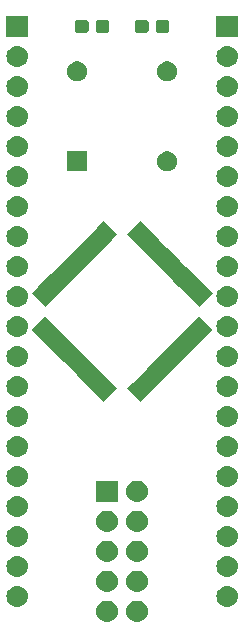
<source format=gbr>
G04 #@! TF.GenerationSoftware,KiCad,Pcbnew,(5.1.0)-1*
G04 #@! TF.CreationDate,2020-08-07T11:47:51-07:00*
G04 #@! TF.ProjectId,MAX7_Proto,4d415837-5f50-4726-9f74-6f2e6b696361,rev?*
G04 #@! TF.SameCoordinates,Original*
G04 #@! TF.FileFunction,Soldermask,Top*
G04 #@! TF.FilePolarity,Negative*
%FSLAX46Y46*%
G04 Gerber Fmt 4.6, Leading zero omitted, Abs format (unit mm)*
G04 Created by KiCad (PCBNEW (5.1.0)-1) date 2020-08-07 11:47:51*
%MOMM*%
%LPD*%
G04 APERTURE LIST*
%ADD10C,0.100000*%
G04 APERTURE END LIST*
D10*
G36*
X138609294Y-126098633D02*
G01*
X138781695Y-126150931D01*
X138940583Y-126235858D01*
X139079849Y-126350151D01*
X139194142Y-126489417D01*
X139279069Y-126648305D01*
X139331367Y-126820706D01*
X139349025Y-127000000D01*
X139331367Y-127179294D01*
X139279069Y-127351695D01*
X139194142Y-127510583D01*
X139079849Y-127649849D01*
X138940583Y-127764142D01*
X138781695Y-127849069D01*
X138609294Y-127901367D01*
X138474931Y-127914600D01*
X138385069Y-127914600D01*
X138250706Y-127901367D01*
X138078305Y-127849069D01*
X137919417Y-127764142D01*
X137780151Y-127649849D01*
X137665858Y-127510583D01*
X137580931Y-127351695D01*
X137528633Y-127179294D01*
X137510975Y-127000000D01*
X137528633Y-126820706D01*
X137580931Y-126648305D01*
X137665858Y-126489417D01*
X137780151Y-126350151D01*
X137919417Y-126235858D01*
X138078305Y-126150931D01*
X138250706Y-126098633D01*
X138385069Y-126085400D01*
X138474931Y-126085400D01*
X138609294Y-126098633D01*
X138609294Y-126098633D01*
G37*
G36*
X136069294Y-126098633D02*
G01*
X136241695Y-126150931D01*
X136400583Y-126235858D01*
X136539849Y-126350151D01*
X136654142Y-126489417D01*
X136739069Y-126648305D01*
X136791367Y-126820706D01*
X136809025Y-127000000D01*
X136791367Y-127179294D01*
X136739069Y-127351695D01*
X136654142Y-127510583D01*
X136539849Y-127649849D01*
X136400583Y-127764142D01*
X136241695Y-127849069D01*
X136069294Y-127901367D01*
X135934931Y-127914600D01*
X135845069Y-127914600D01*
X135710706Y-127901367D01*
X135538305Y-127849069D01*
X135379417Y-127764142D01*
X135240151Y-127649849D01*
X135125858Y-127510583D01*
X135040931Y-127351695D01*
X134988633Y-127179294D01*
X134970975Y-127000000D01*
X134988633Y-126820706D01*
X135040931Y-126648305D01*
X135125858Y-126489417D01*
X135240151Y-126350151D01*
X135379417Y-126235858D01*
X135538305Y-126150931D01*
X135710706Y-126098633D01*
X135845069Y-126085400D01*
X135934931Y-126085400D01*
X136069294Y-126098633D01*
X136069294Y-126098633D01*
G37*
G36*
X128380443Y-124835519D02*
G01*
X128446627Y-124842037D01*
X128616466Y-124893557D01*
X128772991Y-124977222D01*
X128808729Y-125006552D01*
X128910186Y-125089814D01*
X128993448Y-125191271D01*
X129022778Y-125227009D01*
X129106443Y-125383534D01*
X129157963Y-125553373D01*
X129175359Y-125730000D01*
X129157963Y-125906627D01*
X129106443Y-126076466D01*
X129022778Y-126232991D01*
X129020425Y-126235858D01*
X128910186Y-126370186D01*
X128808729Y-126453448D01*
X128772991Y-126482778D01*
X128616466Y-126566443D01*
X128446627Y-126617963D01*
X128380442Y-126624482D01*
X128314260Y-126631000D01*
X128225740Y-126631000D01*
X128159558Y-126624482D01*
X128093373Y-126617963D01*
X127923534Y-126566443D01*
X127767009Y-126482778D01*
X127731271Y-126453448D01*
X127629814Y-126370186D01*
X127519575Y-126235858D01*
X127517222Y-126232991D01*
X127433557Y-126076466D01*
X127382037Y-125906627D01*
X127364641Y-125730000D01*
X127382037Y-125553373D01*
X127433557Y-125383534D01*
X127517222Y-125227009D01*
X127546552Y-125191271D01*
X127629814Y-125089814D01*
X127731271Y-125006552D01*
X127767009Y-124977222D01*
X127923534Y-124893557D01*
X128093373Y-124842037D01*
X128159557Y-124835519D01*
X128225740Y-124829000D01*
X128314260Y-124829000D01*
X128380443Y-124835519D01*
X128380443Y-124835519D01*
G37*
G36*
X146160443Y-124835519D02*
G01*
X146226627Y-124842037D01*
X146396466Y-124893557D01*
X146552991Y-124977222D01*
X146588729Y-125006552D01*
X146690186Y-125089814D01*
X146773448Y-125191271D01*
X146802778Y-125227009D01*
X146886443Y-125383534D01*
X146937963Y-125553373D01*
X146955359Y-125730000D01*
X146937963Y-125906627D01*
X146886443Y-126076466D01*
X146802778Y-126232991D01*
X146800425Y-126235858D01*
X146690186Y-126370186D01*
X146588729Y-126453448D01*
X146552991Y-126482778D01*
X146396466Y-126566443D01*
X146226627Y-126617963D01*
X146160442Y-126624482D01*
X146094260Y-126631000D01*
X146005740Y-126631000D01*
X145939558Y-126624482D01*
X145873373Y-126617963D01*
X145703534Y-126566443D01*
X145547009Y-126482778D01*
X145511271Y-126453448D01*
X145409814Y-126370186D01*
X145299575Y-126235858D01*
X145297222Y-126232991D01*
X145213557Y-126076466D01*
X145162037Y-125906627D01*
X145144641Y-125730000D01*
X145162037Y-125553373D01*
X145213557Y-125383534D01*
X145297222Y-125227009D01*
X145326552Y-125191271D01*
X145409814Y-125089814D01*
X145511271Y-125006552D01*
X145547009Y-124977222D01*
X145703534Y-124893557D01*
X145873373Y-124842037D01*
X145939557Y-124835519D01*
X146005740Y-124829000D01*
X146094260Y-124829000D01*
X146160443Y-124835519D01*
X146160443Y-124835519D01*
G37*
G36*
X138609294Y-123558633D02*
G01*
X138781695Y-123610931D01*
X138940583Y-123695858D01*
X139079849Y-123810151D01*
X139194142Y-123949417D01*
X139279069Y-124108305D01*
X139331367Y-124280706D01*
X139349025Y-124460000D01*
X139331367Y-124639294D01*
X139279069Y-124811695D01*
X139194142Y-124970583D01*
X139079849Y-125109849D01*
X138940583Y-125224142D01*
X138781695Y-125309069D01*
X138609294Y-125361367D01*
X138474931Y-125374600D01*
X138385069Y-125374600D01*
X138250706Y-125361367D01*
X138078305Y-125309069D01*
X137919417Y-125224142D01*
X137780151Y-125109849D01*
X137665858Y-124970583D01*
X137580931Y-124811695D01*
X137528633Y-124639294D01*
X137510975Y-124460000D01*
X137528633Y-124280706D01*
X137580931Y-124108305D01*
X137665858Y-123949417D01*
X137780151Y-123810151D01*
X137919417Y-123695858D01*
X138078305Y-123610931D01*
X138250706Y-123558633D01*
X138385069Y-123545400D01*
X138474931Y-123545400D01*
X138609294Y-123558633D01*
X138609294Y-123558633D01*
G37*
G36*
X136069294Y-123558633D02*
G01*
X136241695Y-123610931D01*
X136400583Y-123695858D01*
X136539849Y-123810151D01*
X136654142Y-123949417D01*
X136739069Y-124108305D01*
X136791367Y-124280706D01*
X136809025Y-124460000D01*
X136791367Y-124639294D01*
X136739069Y-124811695D01*
X136654142Y-124970583D01*
X136539849Y-125109849D01*
X136400583Y-125224142D01*
X136241695Y-125309069D01*
X136069294Y-125361367D01*
X135934931Y-125374600D01*
X135845069Y-125374600D01*
X135710706Y-125361367D01*
X135538305Y-125309069D01*
X135379417Y-125224142D01*
X135240151Y-125109849D01*
X135125858Y-124970583D01*
X135040931Y-124811695D01*
X134988633Y-124639294D01*
X134970975Y-124460000D01*
X134988633Y-124280706D01*
X135040931Y-124108305D01*
X135125858Y-123949417D01*
X135240151Y-123810151D01*
X135379417Y-123695858D01*
X135538305Y-123610931D01*
X135710706Y-123558633D01*
X135845069Y-123545400D01*
X135934931Y-123545400D01*
X136069294Y-123558633D01*
X136069294Y-123558633D01*
G37*
G36*
X146160443Y-122295519D02*
G01*
X146226627Y-122302037D01*
X146396466Y-122353557D01*
X146552991Y-122437222D01*
X146588729Y-122466552D01*
X146690186Y-122549814D01*
X146773448Y-122651271D01*
X146802778Y-122687009D01*
X146886443Y-122843534D01*
X146937963Y-123013373D01*
X146955359Y-123190000D01*
X146937963Y-123366627D01*
X146886443Y-123536466D01*
X146802778Y-123692991D01*
X146800425Y-123695858D01*
X146690186Y-123830186D01*
X146588729Y-123913448D01*
X146552991Y-123942778D01*
X146396466Y-124026443D01*
X146226627Y-124077963D01*
X146160442Y-124084482D01*
X146094260Y-124091000D01*
X146005740Y-124091000D01*
X145939558Y-124084482D01*
X145873373Y-124077963D01*
X145703534Y-124026443D01*
X145547009Y-123942778D01*
X145511271Y-123913448D01*
X145409814Y-123830186D01*
X145299575Y-123695858D01*
X145297222Y-123692991D01*
X145213557Y-123536466D01*
X145162037Y-123366627D01*
X145144641Y-123190000D01*
X145162037Y-123013373D01*
X145213557Y-122843534D01*
X145297222Y-122687009D01*
X145326552Y-122651271D01*
X145409814Y-122549814D01*
X145511271Y-122466552D01*
X145547009Y-122437222D01*
X145703534Y-122353557D01*
X145873373Y-122302037D01*
X145939557Y-122295519D01*
X146005740Y-122289000D01*
X146094260Y-122289000D01*
X146160443Y-122295519D01*
X146160443Y-122295519D01*
G37*
G36*
X128380443Y-122295519D02*
G01*
X128446627Y-122302037D01*
X128616466Y-122353557D01*
X128772991Y-122437222D01*
X128808729Y-122466552D01*
X128910186Y-122549814D01*
X128993448Y-122651271D01*
X129022778Y-122687009D01*
X129106443Y-122843534D01*
X129157963Y-123013373D01*
X129175359Y-123190000D01*
X129157963Y-123366627D01*
X129106443Y-123536466D01*
X129022778Y-123692991D01*
X129020425Y-123695858D01*
X128910186Y-123830186D01*
X128808729Y-123913448D01*
X128772991Y-123942778D01*
X128616466Y-124026443D01*
X128446627Y-124077963D01*
X128380442Y-124084482D01*
X128314260Y-124091000D01*
X128225740Y-124091000D01*
X128159558Y-124084482D01*
X128093373Y-124077963D01*
X127923534Y-124026443D01*
X127767009Y-123942778D01*
X127731271Y-123913448D01*
X127629814Y-123830186D01*
X127519575Y-123695858D01*
X127517222Y-123692991D01*
X127433557Y-123536466D01*
X127382037Y-123366627D01*
X127364641Y-123190000D01*
X127382037Y-123013373D01*
X127433557Y-122843534D01*
X127517222Y-122687009D01*
X127546552Y-122651271D01*
X127629814Y-122549814D01*
X127731271Y-122466552D01*
X127767009Y-122437222D01*
X127923534Y-122353557D01*
X128093373Y-122302037D01*
X128159557Y-122295519D01*
X128225740Y-122289000D01*
X128314260Y-122289000D01*
X128380443Y-122295519D01*
X128380443Y-122295519D01*
G37*
G36*
X138609294Y-121018633D02*
G01*
X138781695Y-121070931D01*
X138940583Y-121155858D01*
X139079849Y-121270151D01*
X139194142Y-121409417D01*
X139279069Y-121568305D01*
X139331367Y-121740706D01*
X139349025Y-121920000D01*
X139331367Y-122099294D01*
X139279069Y-122271695D01*
X139194142Y-122430583D01*
X139079849Y-122569849D01*
X138940583Y-122684142D01*
X138781695Y-122769069D01*
X138609294Y-122821367D01*
X138474931Y-122834600D01*
X138385069Y-122834600D01*
X138250706Y-122821367D01*
X138078305Y-122769069D01*
X137919417Y-122684142D01*
X137780151Y-122569849D01*
X137665858Y-122430583D01*
X137580931Y-122271695D01*
X137528633Y-122099294D01*
X137510975Y-121920000D01*
X137528633Y-121740706D01*
X137580931Y-121568305D01*
X137665858Y-121409417D01*
X137780151Y-121270151D01*
X137919417Y-121155858D01*
X138078305Y-121070931D01*
X138250706Y-121018633D01*
X138385069Y-121005400D01*
X138474931Y-121005400D01*
X138609294Y-121018633D01*
X138609294Y-121018633D01*
G37*
G36*
X136069294Y-121018633D02*
G01*
X136241695Y-121070931D01*
X136400583Y-121155858D01*
X136539849Y-121270151D01*
X136654142Y-121409417D01*
X136739069Y-121568305D01*
X136791367Y-121740706D01*
X136809025Y-121920000D01*
X136791367Y-122099294D01*
X136739069Y-122271695D01*
X136654142Y-122430583D01*
X136539849Y-122569849D01*
X136400583Y-122684142D01*
X136241695Y-122769069D01*
X136069294Y-122821367D01*
X135934931Y-122834600D01*
X135845069Y-122834600D01*
X135710706Y-122821367D01*
X135538305Y-122769069D01*
X135379417Y-122684142D01*
X135240151Y-122569849D01*
X135125858Y-122430583D01*
X135040931Y-122271695D01*
X134988633Y-122099294D01*
X134970975Y-121920000D01*
X134988633Y-121740706D01*
X135040931Y-121568305D01*
X135125858Y-121409417D01*
X135240151Y-121270151D01*
X135379417Y-121155858D01*
X135538305Y-121070931D01*
X135710706Y-121018633D01*
X135845069Y-121005400D01*
X135934931Y-121005400D01*
X136069294Y-121018633D01*
X136069294Y-121018633D01*
G37*
G36*
X128380442Y-119755518D02*
G01*
X128446627Y-119762037D01*
X128616466Y-119813557D01*
X128772991Y-119897222D01*
X128808729Y-119926552D01*
X128910186Y-120009814D01*
X128993448Y-120111271D01*
X129022778Y-120147009D01*
X129106443Y-120303534D01*
X129157963Y-120473373D01*
X129175359Y-120650000D01*
X129157963Y-120826627D01*
X129106443Y-120996466D01*
X129022778Y-121152991D01*
X129020425Y-121155858D01*
X128910186Y-121290186D01*
X128808729Y-121373448D01*
X128772991Y-121402778D01*
X128616466Y-121486443D01*
X128446627Y-121537963D01*
X128380443Y-121544481D01*
X128314260Y-121551000D01*
X128225740Y-121551000D01*
X128159557Y-121544481D01*
X128093373Y-121537963D01*
X127923534Y-121486443D01*
X127767009Y-121402778D01*
X127731271Y-121373448D01*
X127629814Y-121290186D01*
X127519575Y-121155858D01*
X127517222Y-121152991D01*
X127433557Y-120996466D01*
X127382037Y-120826627D01*
X127364641Y-120650000D01*
X127382037Y-120473373D01*
X127433557Y-120303534D01*
X127517222Y-120147009D01*
X127546552Y-120111271D01*
X127629814Y-120009814D01*
X127731271Y-119926552D01*
X127767009Y-119897222D01*
X127923534Y-119813557D01*
X128093373Y-119762037D01*
X128159558Y-119755518D01*
X128225740Y-119749000D01*
X128314260Y-119749000D01*
X128380442Y-119755518D01*
X128380442Y-119755518D01*
G37*
G36*
X146160442Y-119755518D02*
G01*
X146226627Y-119762037D01*
X146396466Y-119813557D01*
X146552991Y-119897222D01*
X146588729Y-119926552D01*
X146690186Y-120009814D01*
X146773448Y-120111271D01*
X146802778Y-120147009D01*
X146886443Y-120303534D01*
X146937963Y-120473373D01*
X146955359Y-120650000D01*
X146937963Y-120826627D01*
X146886443Y-120996466D01*
X146802778Y-121152991D01*
X146800425Y-121155858D01*
X146690186Y-121290186D01*
X146588729Y-121373448D01*
X146552991Y-121402778D01*
X146396466Y-121486443D01*
X146226627Y-121537963D01*
X146160443Y-121544481D01*
X146094260Y-121551000D01*
X146005740Y-121551000D01*
X145939557Y-121544481D01*
X145873373Y-121537963D01*
X145703534Y-121486443D01*
X145547009Y-121402778D01*
X145511271Y-121373448D01*
X145409814Y-121290186D01*
X145299575Y-121155858D01*
X145297222Y-121152991D01*
X145213557Y-120996466D01*
X145162037Y-120826627D01*
X145144641Y-120650000D01*
X145162037Y-120473373D01*
X145213557Y-120303534D01*
X145297222Y-120147009D01*
X145326552Y-120111271D01*
X145409814Y-120009814D01*
X145511271Y-119926552D01*
X145547009Y-119897222D01*
X145703534Y-119813557D01*
X145873373Y-119762037D01*
X145939558Y-119755518D01*
X146005740Y-119749000D01*
X146094260Y-119749000D01*
X146160442Y-119755518D01*
X146160442Y-119755518D01*
G37*
G36*
X138609294Y-118478633D02*
G01*
X138781695Y-118530931D01*
X138940583Y-118615858D01*
X139079849Y-118730151D01*
X139194142Y-118869417D01*
X139279069Y-119028305D01*
X139331367Y-119200706D01*
X139349025Y-119380000D01*
X139331367Y-119559294D01*
X139279069Y-119731695D01*
X139194142Y-119890583D01*
X139079849Y-120029849D01*
X138940583Y-120144142D01*
X138781695Y-120229069D01*
X138609294Y-120281367D01*
X138474931Y-120294600D01*
X138385069Y-120294600D01*
X138250706Y-120281367D01*
X138078305Y-120229069D01*
X137919417Y-120144142D01*
X137780151Y-120029849D01*
X137665858Y-119890583D01*
X137580931Y-119731695D01*
X137528633Y-119559294D01*
X137510975Y-119380000D01*
X137528633Y-119200706D01*
X137580931Y-119028305D01*
X137665858Y-118869417D01*
X137780151Y-118730151D01*
X137919417Y-118615858D01*
X138078305Y-118530931D01*
X138250706Y-118478633D01*
X138385069Y-118465400D01*
X138474931Y-118465400D01*
X138609294Y-118478633D01*
X138609294Y-118478633D01*
G37*
G36*
X136069294Y-118478633D02*
G01*
X136241695Y-118530931D01*
X136400583Y-118615858D01*
X136539849Y-118730151D01*
X136654142Y-118869417D01*
X136739069Y-119028305D01*
X136791367Y-119200706D01*
X136809025Y-119380000D01*
X136791367Y-119559294D01*
X136739069Y-119731695D01*
X136654142Y-119890583D01*
X136539849Y-120029849D01*
X136400583Y-120144142D01*
X136241695Y-120229069D01*
X136069294Y-120281367D01*
X135934931Y-120294600D01*
X135845069Y-120294600D01*
X135710706Y-120281367D01*
X135538305Y-120229069D01*
X135379417Y-120144142D01*
X135240151Y-120029849D01*
X135125858Y-119890583D01*
X135040931Y-119731695D01*
X134988633Y-119559294D01*
X134970975Y-119380000D01*
X134988633Y-119200706D01*
X135040931Y-119028305D01*
X135125858Y-118869417D01*
X135240151Y-118730151D01*
X135379417Y-118615858D01*
X135538305Y-118530931D01*
X135710706Y-118478633D01*
X135845069Y-118465400D01*
X135934931Y-118465400D01*
X136069294Y-118478633D01*
X136069294Y-118478633D01*
G37*
G36*
X128380443Y-117215519D02*
G01*
X128446627Y-117222037D01*
X128616466Y-117273557D01*
X128772991Y-117357222D01*
X128808729Y-117386552D01*
X128910186Y-117469814D01*
X128993448Y-117571271D01*
X129022778Y-117607009D01*
X129106443Y-117763534D01*
X129157963Y-117933373D01*
X129175359Y-118110000D01*
X129157963Y-118286627D01*
X129106443Y-118456466D01*
X129022778Y-118612991D01*
X129020425Y-118615858D01*
X128910186Y-118750186D01*
X128808729Y-118833448D01*
X128772991Y-118862778D01*
X128616466Y-118946443D01*
X128446627Y-118997963D01*
X128380443Y-119004481D01*
X128314260Y-119011000D01*
X128225740Y-119011000D01*
X128159557Y-119004481D01*
X128093373Y-118997963D01*
X127923534Y-118946443D01*
X127767009Y-118862778D01*
X127731271Y-118833448D01*
X127629814Y-118750186D01*
X127519575Y-118615858D01*
X127517222Y-118612991D01*
X127433557Y-118456466D01*
X127382037Y-118286627D01*
X127364641Y-118110000D01*
X127382037Y-117933373D01*
X127433557Y-117763534D01*
X127517222Y-117607009D01*
X127546552Y-117571271D01*
X127629814Y-117469814D01*
X127731271Y-117386552D01*
X127767009Y-117357222D01*
X127923534Y-117273557D01*
X128093373Y-117222037D01*
X128159557Y-117215519D01*
X128225740Y-117209000D01*
X128314260Y-117209000D01*
X128380443Y-117215519D01*
X128380443Y-117215519D01*
G37*
G36*
X146160443Y-117215519D02*
G01*
X146226627Y-117222037D01*
X146396466Y-117273557D01*
X146552991Y-117357222D01*
X146588729Y-117386552D01*
X146690186Y-117469814D01*
X146773448Y-117571271D01*
X146802778Y-117607009D01*
X146886443Y-117763534D01*
X146937963Y-117933373D01*
X146955359Y-118110000D01*
X146937963Y-118286627D01*
X146886443Y-118456466D01*
X146802778Y-118612991D01*
X146800425Y-118615858D01*
X146690186Y-118750186D01*
X146588729Y-118833448D01*
X146552991Y-118862778D01*
X146396466Y-118946443D01*
X146226627Y-118997963D01*
X146160443Y-119004481D01*
X146094260Y-119011000D01*
X146005740Y-119011000D01*
X145939557Y-119004481D01*
X145873373Y-118997963D01*
X145703534Y-118946443D01*
X145547009Y-118862778D01*
X145511271Y-118833448D01*
X145409814Y-118750186D01*
X145299575Y-118615858D01*
X145297222Y-118612991D01*
X145213557Y-118456466D01*
X145162037Y-118286627D01*
X145144641Y-118110000D01*
X145162037Y-117933373D01*
X145213557Y-117763534D01*
X145297222Y-117607009D01*
X145326552Y-117571271D01*
X145409814Y-117469814D01*
X145511271Y-117386552D01*
X145547009Y-117357222D01*
X145703534Y-117273557D01*
X145873373Y-117222037D01*
X145939557Y-117215519D01*
X146005740Y-117209000D01*
X146094260Y-117209000D01*
X146160443Y-117215519D01*
X146160443Y-117215519D01*
G37*
G36*
X138609294Y-115938633D02*
G01*
X138781695Y-115990931D01*
X138940583Y-116075858D01*
X139079849Y-116190151D01*
X139194142Y-116329417D01*
X139279069Y-116488305D01*
X139331367Y-116660706D01*
X139349025Y-116840000D01*
X139331367Y-117019294D01*
X139279069Y-117191695D01*
X139194142Y-117350583D01*
X139079849Y-117489849D01*
X138940583Y-117604142D01*
X138781695Y-117689069D01*
X138609294Y-117741367D01*
X138474931Y-117754600D01*
X138385069Y-117754600D01*
X138250706Y-117741367D01*
X138078305Y-117689069D01*
X137919417Y-117604142D01*
X137780151Y-117489849D01*
X137665858Y-117350583D01*
X137580931Y-117191695D01*
X137528633Y-117019294D01*
X137510975Y-116840000D01*
X137528633Y-116660706D01*
X137580931Y-116488305D01*
X137665858Y-116329417D01*
X137780151Y-116190151D01*
X137919417Y-116075858D01*
X138078305Y-115990931D01*
X138250706Y-115938633D01*
X138385069Y-115925400D01*
X138474931Y-115925400D01*
X138609294Y-115938633D01*
X138609294Y-115938633D01*
G37*
G36*
X136804600Y-117754600D02*
G01*
X134975400Y-117754600D01*
X134975400Y-115925400D01*
X136804600Y-115925400D01*
X136804600Y-117754600D01*
X136804600Y-117754600D01*
G37*
G36*
X146160443Y-114675519D02*
G01*
X146226627Y-114682037D01*
X146396466Y-114733557D01*
X146552991Y-114817222D01*
X146588729Y-114846552D01*
X146690186Y-114929814D01*
X146773448Y-115031271D01*
X146802778Y-115067009D01*
X146886443Y-115223534D01*
X146937963Y-115393373D01*
X146955359Y-115570000D01*
X146937963Y-115746627D01*
X146886443Y-115916466D01*
X146802778Y-116072991D01*
X146800425Y-116075858D01*
X146690186Y-116210186D01*
X146588729Y-116293448D01*
X146552991Y-116322778D01*
X146396466Y-116406443D01*
X146226627Y-116457963D01*
X146160442Y-116464482D01*
X146094260Y-116471000D01*
X146005740Y-116471000D01*
X145939558Y-116464482D01*
X145873373Y-116457963D01*
X145703534Y-116406443D01*
X145547009Y-116322778D01*
X145511271Y-116293448D01*
X145409814Y-116210186D01*
X145299575Y-116075858D01*
X145297222Y-116072991D01*
X145213557Y-115916466D01*
X145162037Y-115746627D01*
X145144641Y-115570000D01*
X145162037Y-115393373D01*
X145213557Y-115223534D01*
X145297222Y-115067009D01*
X145326552Y-115031271D01*
X145409814Y-114929814D01*
X145511271Y-114846552D01*
X145547009Y-114817222D01*
X145703534Y-114733557D01*
X145873373Y-114682037D01*
X145939557Y-114675519D01*
X146005740Y-114669000D01*
X146094260Y-114669000D01*
X146160443Y-114675519D01*
X146160443Y-114675519D01*
G37*
G36*
X128380443Y-114675519D02*
G01*
X128446627Y-114682037D01*
X128616466Y-114733557D01*
X128772991Y-114817222D01*
X128808729Y-114846552D01*
X128910186Y-114929814D01*
X128993448Y-115031271D01*
X129022778Y-115067009D01*
X129106443Y-115223534D01*
X129157963Y-115393373D01*
X129175359Y-115570000D01*
X129157963Y-115746627D01*
X129106443Y-115916466D01*
X129022778Y-116072991D01*
X129020425Y-116075858D01*
X128910186Y-116210186D01*
X128808729Y-116293448D01*
X128772991Y-116322778D01*
X128616466Y-116406443D01*
X128446627Y-116457963D01*
X128380442Y-116464482D01*
X128314260Y-116471000D01*
X128225740Y-116471000D01*
X128159558Y-116464482D01*
X128093373Y-116457963D01*
X127923534Y-116406443D01*
X127767009Y-116322778D01*
X127731271Y-116293448D01*
X127629814Y-116210186D01*
X127519575Y-116075858D01*
X127517222Y-116072991D01*
X127433557Y-115916466D01*
X127382037Y-115746627D01*
X127364641Y-115570000D01*
X127382037Y-115393373D01*
X127433557Y-115223534D01*
X127517222Y-115067009D01*
X127546552Y-115031271D01*
X127629814Y-114929814D01*
X127731271Y-114846552D01*
X127767009Y-114817222D01*
X127923534Y-114733557D01*
X128093373Y-114682037D01*
X128159557Y-114675519D01*
X128225740Y-114669000D01*
X128314260Y-114669000D01*
X128380443Y-114675519D01*
X128380443Y-114675519D01*
G37*
G36*
X146160443Y-112135519D02*
G01*
X146226627Y-112142037D01*
X146396466Y-112193557D01*
X146552991Y-112277222D01*
X146588729Y-112306552D01*
X146690186Y-112389814D01*
X146773448Y-112491271D01*
X146802778Y-112527009D01*
X146886443Y-112683534D01*
X146937963Y-112853373D01*
X146955359Y-113030000D01*
X146937963Y-113206627D01*
X146886443Y-113376466D01*
X146802778Y-113532991D01*
X146773448Y-113568729D01*
X146690186Y-113670186D01*
X146588729Y-113753448D01*
X146552991Y-113782778D01*
X146396466Y-113866443D01*
X146226627Y-113917963D01*
X146160443Y-113924481D01*
X146094260Y-113931000D01*
X146005740Y-113931000D01*
X145939557Y-113924481D01*
X145873373Y-113917963D01*
X145703534Y-113866443D01*
X145547009Y-113782778D01*
X145511271Y-113753448D01*
X145409814Y-113670186D01*
X145326552Y-113568729D01*
X145297222Y-113532991D01*
X145213557Y-113376466D01*
X145162037Y-113206627D01*
X145144641Y-113030000D01*
X145162037Y-112853373D01*
X145213557Y-112683534D01*
X145297222Y-112527009D01*
X145326552Y-112491271D01*
X145409814Y-112389814D01*
X145511271Y-112306552D01*
X145547009Y-112277222D01*
X145703534Y-112193557D01*
X145873373Y-112142037D01*
X145939557Y-112135519D01*
X146005740Y-112129000D01*
X146094260Y-112129000D01*
X146160443Y-112135519D01*
X146160443Y-112135519D01*
G37*
G36*
X128380443Y-112135519D02*
G01*
X128446627Y-112142037D01*
X128616466Y-112193557D01*
X128772991Y-112277222D01*
X128808729Y-112306552D01*
X128910186Y-112389814D01*
X128993448Y-112491271D01*
X129022778Y-112527009D01*
X129106443Y-112683534D01*
X129157963Y-112853373D01*
X129175359Y-113030000D01*
X129157963Y-113206627D01*
X129106443Y-113376466D01*
X129022778Y-113532991D01*
X128993448Y-113568729D01*
X128910186Y-113670186D01*
X128808729Y-113753448D01*
X128772991Y-113782778D01*
X128616466Y-113866443D01*
X128446627Y-113917963D01*
X128380443Y-113924481D01*
X128314260Y-113931000D01*
X128225740Y-113931000D01*
X128159557Y-113924481D01*
X128093373Y-113917963D01*
X127923534Y-113866443D01*
X127767009Y-113782778D01*
X127731271Y-113753448D01*
X127629814Y-113670186D01*
X127546552Y-113568729D01*
X127517222Y-113532991D01*
X127433557Y-113376466D01*
X127382037Y-113206627D01*
X127364641Y-113030000D01*
X127382037Y-112853373D01*
X127433557Y-112683534D01*
X127517222Y-112527009D01*
X127546552Y-112491271D01*
X127629814Y-112389814D01*
X127731271Y-112306552D01*
X127767009Y-112277222D01*
X127923534Y-112193557D01*
X128093373Y-112142037D01*
X128159557Y-112135519D01*
X128225740Y-112129000D01*
X128314260Y-112129000D01*
X128380443Y-112135519D01*
X128380443Y-112135519D01*
G37*
G36*
X146160442Y-109595518D02*
G01*
X146226627Y-109602037D01*
X146396466Y-109653557D01*
X146552991Y-109737222D01*
X146588729Y-109766552D01*
X146690186Y-109849814D01*
X146773448Y-109951271D01*
X146802778Y-109987009D01*
X146886443Y-110143534D01*
X146937963Y-110313373D01*
X146955359Y-110490000D01*
X146937963Y-110666627D01*
X146886443Y-110836466D01*
X146802778Y-110992991D01*
X146773448Y-111028729D01*
X146690186Y-111130186D01*
X146588729Y-111213448D01*
X146552991Y-111242778D01*
X146396466Y-111326443D01*
X146226627Y-111377963D01*
X146160443Y-111384481D01*
X146094260Y-111391000D01*
X146005740Y-111391000D01*
X145939557Y-111384481D01*
X145873373Y-111377963D01*
X145703534Y-111326443D01*
X145547009Y-111242778D01*
X145511271Y-111213448D01*
X145409814Y-111130186D01*
X145326552Y-111028729D01*
X145297222Y-110992991D01*
X145213557Y-110836466D01*
X145162037Y-110666627D01*
X145144641Y-110490000D01*
X145162037Y-110313373D01*
X145213557Y-110143534D01*
X145297222Y-109987009D01*
X145326552Y-109951271D01*
X145409814Y-109849814D01*
X145511271Y-109766552D01*
X145547009Y-109737222D01*
X145703534Y-109653557D01*
X145873373Y-109602037D01*
X145939558Y-109595518D01*
X146005740Y-109589000D01*
X146094260Y-109589000D01*
X146160442Y-109595518D01*
X146160442Y-109595518D01*
G37*
G36*
X128380442Y-109595518D02*
G01*
X128446627Y-109602037D01*
X128616466Y-109653557D01*
X128772991Y-109737222D01*
X128808729Y-109766552D01*
X128910186Y-109849814D01*
X128993448Y-109951271D01*
X129022778Y-109987009D01*
X129106443Y-110143534D01*
X129157963Y-110313373D01*
X129175359Y-110490000D01*
X129157963Y-110666627D01*
X129106443Y-110836466D01*
X129022778Y-110992991D01*
X128993448Y-111028729D01*
X128910186Y-111130186D01*
X128808729Y-111213448D01*
X128772991Y-111242778D01*
X128616466Y-111326443D01*
X128446627Y-111377963D01*
X128380443Y-111384481D01*
X128314260Y-111391000D01*
X128225740Y-111391000D01*
X128159557Y-111384481D01*
X128093373Y-111377963D01*
X127923534Y-111326443D01*
X127767009Y-111242778D01*
X127731271Y-111213448D01*
X127629814Y-111130186D01*
X127546552Y-111028729D01*
X127517222Y-110992991D01*
X127433557Y-110836466D01*
X127382037Y-110666627D01*
X127364641Y-110490000D01*
X127382037Y-110313373D01*
X127433557Y-110143534D01*
X127517222Y-109987009D01*
X127546552Y-109951271D01*
X127629814Y-109849814D01*
X127731271Y-109766552D01*
X127767009Y-109737222D01*
X127923534Y-109653557D01*
X128093373Y-109602037D01*
X128159558Y-109595518D01*
X128225740Y-109589000D01*
X128314260Y-109589000D01*
X128380442Y-109595518D01*
X128380442Y-109595518D01*
G37*
G36*
X144815845Y-103137958D02*
G01*
X144266424Y-103687379D01*
X143700738Y-104253064D01*
X143207177Y-104746626D01*
X140306626Y-107647177D01*
X139740940Y-108212862D01*
X139247379Y-108706424D01*
X138697958Y-109255845D01*
X137565173Y-108123060D01*
X138026206Y-107662027D01*
X138042471Y-107645763D01*
X138042480Y-107645752D01*
X139245954Y-106442278D01*
X139245965Y-106442269D01*
X139262230Y-106426005D01*
X139262229Y-106426004D01*
X139723262Y-105964971D01*
X139723263Y-105964972D01*
X139739527Y-105948707D01*
X139739536Y-105948696D01*
X140377325Y-105310907D01*
X140377336Y-105310898D01*
X140393601Y-105294634D01*
X140393600Y-105294633D01*
X140854633Y-104833600D01*
X140854634Y-104833601D01*
X140870898Y-104817336D01*
X140870907Y-104817325D01*
X141508696Y-104179536D01*
X141508707Y-104179527D01*
X141524972Y-104163263D01*
X141524971Y-104163262D01*
X141986004Y-103702229D01*
X141986005Y-103702230D01*
X142002269Y-103685965D01*
X142002278Y-103685954D01*
X143205752Y-102482480D01*
X143205763Y-102482471D01*
X143222027Y-102466206D01*
X143683060Y-102005173D01*
X144815845Y-103137958D01*
X144815845Y-103137958D01*
G37*
G36*
X131114238Y-102482471D02*
G01*
X131114244Y-102482476D01*
X132317727Y-103685959D01*
X132317732Y-103685965D01*
X132811294Y-104179527D01*
X132811300Y-104179532D01*
X133449098Y-104817330D01*
X133449103Y-104817336D01*
X133942665Y-105310898D01*
X133942671Y-105310903D01*
X134580469Y-105948701D01*
X134580474Y-105948707D01*
X135074036Y-106442269D01*
X135074042Y-106442274D01*
X136277525Y-107645757D01*
X136277530Y-107645763D01*
X136754827Y-108123060D01*
X135622042Y-109255845D01*
X135072627Y-108706430D01*
X135072622Y-108706424D01*
X134013375Y-107647177D01*
X134013369Y-107647172D01*
X133375571Y-107009374D01*
X133375566Y-107009368D01*
X132882004Y-106515806D01*
X132881998Y-106515801D01*
X132244200Y-105878003D01*
X132244195Y-105877997D01*
X131750633Y-105384435D01*
X131750627Y-105384430D01*
X131112829Y-104746632D01*
X131112824Y-104746626D01*
X130053577Y-103687379D01*
X130053571Y-103687374D01*
X129504155Y-103137958D01*
X130636940Y-102005173D01*
X131114238Y-102482471D01*
X131114238Y-102482471D01*
G37*
G36*
X128380442Y-107055518D02*
G01*
X128446627Y-107062037D01*
X128616466Y-107113557D01*
X128772991Y-107197222D01*
X128808729Y-107226552D01*
X128910186Y-107309814D01*
X128993448Y-107411271D01*
X129022778Y-107447009D01*
X129106443Y-107603534D01*
X129157963Y-107773373D01*
X129175359Y-107950000D01*
X129157963Y-108126627D01*
X129106443Y-108296466D01*
X129022778Y-108452991D01*
X128993448Y-108488729D01*
X128910186Y-108590186D01*
X128808729Y-108673448D01*
X128772991Y-108702778D01*
X128616466Y-108786443D01*
X128446627Y-108837963D01*
X128380442Y-108844482D01*
X128314260Y-108851000D01*
X128225740Y-108851000D01*
X128159558Y-108844482D01*
X128093373Y-108837963D01*
X127923534Y-108786443D01*
X127767009Y-108702778D01*
X127731271Y-108673448D01*
X127629814Y-108590186D01*
X127546552Y-108488729D01*
X127517222Y-108452991D01*
X127433557Y-108296466D01*
X127382037Y-108126627D01*
X127364641Y-107950000D01*
X127382037Y-107773373D01*
X127433557Y-107603534D01*
X127517222Y-107447009D01*
X127546552Y-107411271D01*
X127629814Y-107309814D01*
X127731271Y-107226552D01*
X127767009Y-107197222D01*
X127923534Y-107113557D01*
X128093373Y-107062037D01*
X128159558Y-107055518D01*
X128225740Y-107049000D01*
X128314260Y-107049000D01*
X128380442Y-107055518D01*
X128380442Y-107055518D01*
G37*
G36*
X146160442Y-107055518D02*
G01*
X146226627Y-107062037D01*
X146396466Y-107113557D01*
X146552991Y-107197222D01*
X146588729Y-107226552D01*
X146690186Y-107309814D01*
X146773448Y-107411271D01*
X146802778Y-107447009D01*
X146886443Y-107603534D01*
X146937963Y-107773373D01*
X146955359Y-107950000D01*
X146937963Y-108126627D01*
X146886443Y-108296466D01*
X146802778Y-108452991D01*
X146773448Y-108488729D01*
X146690186Y-108590186D01*
X146588729Y-108673448D01*
X146552991Y-108702778D01*
X146396466Y-108786443D01*
X146226627Y-108837963D01*
X146160442Y-108844482D01*
X146094260Y-108851000D01*
X146005740Y-108851000D01*
X145939558Y-108844482D01*
X145873373Y-108837963D01*
X145703534Y-108786443D01*
X145547009Y-108702778D01*
X145511271Y-108673448D01*
X145409814Y-108590186D01*
X145326552Y-108488729D01*
X145297222Y-108452991D01*
X145213557Y-108296466D01*
X145162037Y-108126627D01*
X145144641Y-107950000D01*
X145162037Y-107773373D01*
X145213557Y-107603534D01*
X145297222Y-107447009D01*
X145326552Y-107411271D01*
X145409814Y-107309814D01*
X145511271Y-107226552D01*
X145547009Y-107197222D01*
X145703534Y-107113557D01*
X145873373Y-107062037D01*
X145939558Y-107055518D01*
X146005740Y-107049000D01*
X146094260Y-107049000D01*
X146160442Y-107055518D01*
X146160442Y-107055518D01*
G37*
G36*
X146160443Y-104515519D02*
G01*
X146226627Y-104522037D01*
X146396466Y-104573557D01*
X146552991Y-104657222D01*
X146588729Y-104686552D01*
X146690186Y-104769814D01*
X146743693Y-104835014D01*
X146802778Y-104907009D01*
X146886443Y-105063534D01*
X146937963Y-105233373D01*
X146955359Y-105410000D01*
X146937963Y-105586627D01*
X146886443Y-105756466D01*
X146802778Y-105912991D01*
X146773475Y-105948696D01*
X146690186Y-106050186D01*
X146588729Y-106133448D01*
X146552991Y-106162778D01*
X146396466Y-106246443D01*
X146226627Y-106297963D01*
X146160442Y-106304482D01*
X146094260Y-106311000D01*
X146005740Y-106311000D01*
X145939558Y-106304482D01*
X145873373Y-106297963D01*
X145703534Y-106246443D01*
X145547009Y-106162778D01*
X145511271Y-106133448D01*
X145409814Y-106050186D01*
X145326525Y-105948696D01*
X145297222Y-105912991D01*
X145213557Y-105756466D01*
X145162037Y-105586627D01*
X145144641Y-105410000D01*
X145162037Y-105233373D01*
X145213557Y-105063534D01*
X145297222Y-104907009D01*
X145356307Y-104835014D01*
X145409814Y-104769814D01*
X145511271Y-104686552D01*
X145547009Y-104657222D01*
X145703534Y-104573557D01*
X145873373Y-104522037D01*
X145939557Y-104515519D01*
X146005740Y-104509000D01*
X146094260Y-104509000D01*
X146160443Y-104515519D01*
X146160443Y-104515519D01*
G37*
G36*
X128380443Y-104515519D02*
G01*
X128446627Y-104522037D01*
X128616466Y-104573557D01*
X128772991Y-104657222D01*
X128808729Y-104686552D01*
X128910186Y-104769814D01*
X128963693Y-104835014D01*
X129022778Y-104907009D01*
X129106443Y-105063534D01*
X129157963Y-105233373D01*
X129175359Y-105410000D01*
X129157963Y-105586627D01*
X129106443Y-105756466D01*
X129022778Y-105912991D01*
X128993475Y-105948696D01*
X128910186Y-106050186D01*
X128808729Y-106133448D01*
X128772991Y-106162778D01*
X128616466Y-106246443D01*
X128446627Y-106297963D01*
X128380442Y-106304482D01*
X128314260Y-106311000D01*
X128225740Y-106311000D01*
X128159558Y-106304482D01*
X128093373Y-106297963D01*
X127923534Y-106246443D01*
X127767009Y-106162778D01*
X127731271Y-106133448D01*
X127629814Y-106050186D01*
X127546525Y-105948696D01*
X127517222Y-105912991D01*
X127433557Y-105756466D01*
X127382037Y-105586627D01*
X127364641Y-105410000D01*
X127382037Y-105233373D01*
X127433557Y-105063534D01*
X127517222Y-104907009D01*
X127576307Y-104835014D01*
X127629814Y-104769814D01*
X127731271Y-104686552D01*
X127767009Y-104657222D01*
X127923534Y-104573557D01*
X128093373Y-104522037D01*
X128159557Y-104515519D01*
X128225740Y-104509000D01*
X128314260Y-104509000D01*
X128380443Y-104515519D01*
X128380443Y-104515519D01*
G37*
G36*
X128380442Y-101975518D02*
G01*
X128446627Y-101982037D01*
X128616466Y-102033557D01*
X128772991Y-102117222D01*
X128808729Y-102146552D01*
X128910186Y-102229814D01*
X128993448Y-102331271D01*
X129022778Y-102367009D01*
X129106443Y-102523534D01*
X129157963Y-102693373D01*
X129175359Y-102870000D01*
X129157963Y-103046627D01*
X129106443Y-103216466D01*
X129022778Y-103372991D01*
X128993448Y-103408729D01*
X128910186Y-103510186D01*
X128808729Y-103593448D01*
X128772991Y-103622778D01*
X128772989Y-103622779D01*
X128621705Y-103703643D01*
X128616466Y-103706443D01*
X128446627Y-103757963D01*
X128380443Y-103764481D01*
X128314260Y-103771000D01*
X128225740Y-103771000D01*
X128159557Y-103764481D01*
X128093373Y-103757963D01*
X127923534Y-103706443D01*
X127918296Y-103703643D01*
X127767011Y-103622779D01*
X127767009Y-103622778D01*
X127731271Y-103593448D01*
X127629814Y-103510186D01*
X127546552Y-103408729D01*
X127517222Y-103372991D01*
X127433557Y-103216466D01*
X127382037Y-103046627D01*
X127364641Y-102870000D01*
X127382037Y-102693373D01*
X127433557Y-102523534D01*
X127517222Y-102367009D01*
X127546552Y-102331271D01*
X127629814Y-102229814D01*
X127731271Y-102146552D01*
X127767009Y-102117222D01*
X127923534Y-102033557D01*
X128093373Y-101982037D01*
X128159558Y-101975518D01*
X128225740Y-101969000D01*
X128314260Y-101969000D01*
X128380442Y-101975518D01*
X128380442Y-101975518D01*
G37*
G36*
X146160442Y-101975518D02*
G01*
X146226627Y-101982037D01*
X146396466Y-102033557D01*
X146552991Y-102117222D01*
X146588729Y-102146552D01*
X146690186Y-102229814D01*
X146773448Y-102331271D01*
X146802778Y-102367009D01*
X146886443Y-102523534D01*
X146937963Y-102693373D01*
X146955359Y-102870000D01*
X146937963Y-103046627D01*
X146886443Y-103216466D01*
X146802778Y-103372991D01*
X146773448Y-103408729D01*
X146690186Y-103510186D01*
X146588729Y-103593448D01*
X146552991Y-103622778D01*
X146552989Y-103622779D01*
X146401705Y-103703643D01*
X146396466Y-103706443D01*
X146226627Y-103757963D01*
X146160443Y-103764481D01*
X146094260Y-103771000D01*
X146005740Y-103771000D01*
X145939557Y-103764481D01*
X145873373Y-103757963D01*
X145703534Y-103706443D01*
X145698296Y-103703643D01*
X145547011Y-103622779D01*
X145547009Y-103622778D01*
X145511271Y-103593448D01*
X145409814Y-103510186D01*
X145326552Y-103408729D01*
X145297222Y-103372991D01*
X145213557Y-103216466D01*
X145162037Y-103046627D01*
X145144641Y-102870000D01*
X145162037Y-102693373D01*
X145213557Y-102523534D01*
X145297222Y-102367009D01*
X145326552Y-102331271D01*
X145409814Y-102229814D01*
X145511271Y-102146552D01*
X145547009Y-102117222D01*
X145703534Y-102033557D01*
X145873373Y-101982037D01*
X145939558Y-101975518D01*
X146005740Y-101969000D01*
X146094260Y-101969000D01*
X146160442Y-101975518D01*
X146160442Y-101975518D01*
G37*
G36*
X128380443Y-99435519D02*
G01*
X128446627Y-99442037D01*
X128616466Y-99493557D01*
X128616468Y-99493558D01*
X128694728Y-99535389D01*
X128772991Y-99577222D01*
X128808729Y-99606552D01*
X128910186Y-99689814D01*
X128993448Y-99791271D01*
X129022778Y-99827009D01*
X129106443Y-99983534D01*
X129157963Y-100153373D01*
X129175359Y-100330000D01*
X129157963Y-100506627D01*
X129106443Y-100676466D01*
X129022778Y-100832991D01*
X128993448Y-100868729D01*
X128910186Y-100970186D01*
X128808729Y-101053448D01*
X128772991Y-101082778D01*
X128616466Y-101166443D01*
X128446627Y-101217963D01*
X128380443Y-101224481D01*
X128314260Y-101231000D01*
X128225740Y-101231000D01*
X128159558Y-101224482D01*
X128093373Y-101217963D01*
X127923534Y-101166443D01*
X127767009Y-101082778D01*
X127731271Y-101053448D01*
X127629814Y-100970186D01*
X127546552Y-100868729D01*
X127517222Y-100832991D01*
X127433557Y-100676466D01*
X127382037Y-100506627D01*
X127364641Y-100330000D01*
X127382037Y-100153373D01*
X127433557Y-99983534D01*
X127517222Y-99827009D01*
X127546552Y-99791271D01*
X127629814Y-99689814D01*
X127731271Y-99606552D01*
X127767009Y-99577222D01*
X127845272Y-99535389D01*
X127923532Y-99493558D01*
X127923534Y-99493557D01*
X128093373Y-99442037D01*
X128159558Y-99435518D01*
X128225740Y-99429000D01*
X128314260Y-99429000D01*
X128380443Y-99435519D01*
X128380443Y-99435519D01*
G37*
G36*
X146160443Y-99435519D02*
G01*
X146226627Y-99442037D01*
X146396466Y-99493557D01*
X146396468Y-99493558D01*
X146474728Y-99535389D01*
X146552991Y-99577222D01*
X146588729Y-99606552D01*
X146690186Y-99689814D01*
X146773448Y-99791271D01*
X146802778Y-99827009D01*
X146886443Y-99983534D01*
X146937963Y-100153373D01*
X146955359Y-100330000D01*
X146937963Y-100506627D01*
X146886443Y-100676466D01*
X146802778Y-100832991D01*
X146773448Y-100868729D01*
X146690186Y-100970186D01*
X146588729Y-101053448D01*
X146552991Y-101082778D01*
X146396466Y-101166443D01*
X146226627Y-101217963D01*
X146160443Y-101224481D01*
X146094260Y-101231000D01*
X146005740Y-101231000D01*
X145939558Y-101224482D01*
X145873373Y-101217963D01*
X145703534Y-101166443D01*
X145547009Y-101082778D01*
X145511271Y-101053448D01*
X145409814Y-100970186D01*
X145326552Y-100868729D01*
X145297222Y-100832991D01*
X145213557Y-100676466D01*
X145162037Y-100506627D01*
X145144641Y-100330000D01*
X145162037Y-100153373D01*
X145213557Y-99983534D01*
X145297222Y-99827009D01*
X145326552Y-99791271D01*
X145409814Y-99689814D01*
X145511271Y-99606552D01*
X145547009Y-99577222D01*
X145625272Y-99535389D01*
X145703532Y-99493558D01*
X145703534Y-99493557D01*
X145873373Y-99442037D01*
X145939558Y-99435518D01*
X146005740Y-99429000D01*
X146094260Y-99429000D01*
X146160443Y-99435519D01*
X146160443Y-99435519D01*
G37*
G36*
X136754827Y-95076940D02*
G01*
X136277530Y-95554238D01*
X131114238Y-100717530D01*
X130636940Y-101194827D01*
X129504155Y-100062042D01*
X130053566Y-99512631D01*
X130053577Y-99512622D01*
X130069841Y-99496357D01*
X131096559Y-98469639D01*
X131112824Y-98453375D01*
X131112833Y-98453364D01*
X131750622Y-97815575D01*
X131750633Y-97815566D01*
X131766898Y-97799302D01*
X131766897Y-97799301D01*
X132227930Y-97338268D01*
X132227931Y-97338269D01*
X132244195Y-97322004D01*
X132244204Y-97321993D01*
X132881993Y-96684204D01*
X132882004Y-96684195D01*
X132898269Y-96667931D01*
X132898268Y-96667930D01*
X133359301Y-96206897D01*
X133359302Y-96206898D01*
X133375566Y-96190633D01*
X133375575Y-96190622D01*
X134013364Y-95552833D01*
X134013375Y-95552824D01*
X134029639Y-95536559D01*
X135056357Y-94509841D01*
X135072622Y-94493577D01*
X135072631Y-94493566D01*
X135622042Y-93944155D01*
X136754827Y-95076940D01*
X136754827Y-95076940D01*
G37*
G36*
X139247374Y-94493571D02*
G01*
X139247379Y-94493577D01*
X140306626Y-95552824D01*
X140306632Y-95552829D01*
X140944430Y-96190627D01*
X140944435Y-96190633D01*
X141437997Y-96684195D01*
X141438003Y-96684200D01*
X142075801Y-97321998D01*
X142075806Y-97322004D01*
X142569368Y-97815566D01*
X142569374Y-97815571D01*
X143207172Y-98453369D01*
X143207177Y-98453375D01*
X144266424Y-99512622D01*
X144266430Y-99512627D01*
X144815845Y-100062042D01*
X143683060Y-101194827D01*
X143205763Y-100717530D01*
X143205757Y-100717525D01*
X142002274Y-99514042D01*
X142002269Y-99514036D01*
X141508707Y-99020474D01*
X141508701Y-99020469D01*
X140870903Y-98382671D01*
X140870898Y-98382665D01*
X140377336Y-97889103D01*
X140377330Y-97889098D01*
X139739532Y-97251300D01*
X139739527Y-97251294D01*
X139245965Y-96757732D01*
X139245959Y-96757727D01*
X138042476Y-95554244D01*
X138042471Y-95554238D01*
X137565173Y-95076940D01*
X138697958Y-93944155D01*
X139247374Y-94493571D01*
X139247374Y-94493571D01*
G37*
G36*
X146160442Y-96895518D02*
G01*
X146226627Y-96902037D01*
X146396466Y-96953557D01*
X146552991Y-97037222D01*
X146588729Y-97066552D01*
X146690186Y-97149814D01*
X146760119Y-97235029D01*
X146802778Y-97287009D01*
X146886443Y-97443534D01*
X146937963Y-97613373D01*
X146955359Y-97790000D01*
X146937963Y-97966627D01*
X146886443Y-98136466D01*
X146802778Y-98292991D01*
X146773448Y-98328729D01*
X146690186Y-98430186D01*
X146588729Y-98513448D01*
X146552991Y-98542778D01*
X146396466Y-98626443D01*
X146226627Y-98677963D01*
X146160442Y-98684482D01*
X146094260Y-98691000D01*
X146005740Y-98691000D01*
X145939558Y-98684482D01*
X145873373Y-98677963D01*
X145703534Y-98626443D01*
X145547009Y-98542778D01*
X145511271Y-98513448D01*
X145409814Y-98430186D01*
X145326552Y-98328729D01*
X145297222Y-98292991D01*
X145213557Y-98136466D01*
X145162037Y-97966627D01*
X145144641Y-97790000D01*
X145162037Y-97613373D01*
X145213557Y-97443534D01*
X145297222Y-97287009D01*
X145339881Y-97235029D01*
X145409814Y-97149814D01*
X145511271Y-97066552D01*
X145547009Y-97037222D01*
X145703534Y-96953557D01*
X145873373Y-96902037D01*
X145939558Y-96895518D01*
X146005740Y-96889000D01*
X146094260Y-96889000D01*
X146160442Y-96895518D01*
X146160442Y-96895518D01*
G37*
G36*
X128380442Y-96895518D02*
G01*
X128446627Y-96902037D01*
X128616466Y-96953557D01*
X128772991Y-97037222D01*
X128808729Y-97066552D01*
X128910186Y-97149814D01*
X128980119Y-97235029D01*
X129022778Y-97287009D01*
X129106443Y-97443534D01*
X129157963Y-97613373D01*
X129175359Y-97790000D01*
X129157963Y-97966627D01*
X129106443Y-98136466D01*
X129022778Y-98292991D01*
X128993448Y-98328729D01*
X128910186Y-98430186D01*
X128808729Y-98513448D01*
X128772991Y-98542778D01*
X128616466Y-98626443D01*
X128446627Y-98677963D01*
X128380442Y-98684482D01*
X128314260Y-98691000D01*
X128225740Y-98691000D01*
X128159558Y-98684482D01*
X128093373Y-98677963D01*
X127923534Y-98626443D01*
X127767009Y-98542778D01*
X127731271Y-98513448D01*
X127629814Y-98430186D01*
X127546552Y-98328729D01*
X127517222Y-98292991D01*
X127433557Y-98136466D01*
X127382037Y-97966627D01*
X127364641Y-97790000D01*
X127382037Y-97613373D01*
X127433557Y-97443534D01*
X127517222Y-97287009D01*
X127559881Y-97235029D01*
X127629814Y-97149814D01*
X127731271Y-97066552D01*
X127767009Y-97037222D01*
X127923534Y-96953557D01*
X128093373Y-96902037D01*
X128159558Y-96895518D01*
X128225740Y-96889000D01*
X128314260Y-96889000D01*
X128380442Y-96895518D01*
X128380442Y-96895518D01*
G37*
G36*
X146160442Y-94355518D02*
G01*
X146226627Y-94362037D01*
X146396466Y-94413557D01*
X146552991Y-94497222D01*
X146568367Y-94509841D01*
X146690186Y-94609814D01*
X146773448Y-94711271D01*
X146802778Y-94747009D01*
X146886443Y-94903534D01*
X146937963Y-95073373D01*
X146955359Y-95250000D01*
X146937963Y-95426627D01*
X146886443Y-95596466D01*
X146802778Y-95752991D01*
X146773448Y-95788729D01*
X146690186Y-95890186D01*
X146588729Y-95973448D01*
X146552991Y-96002778D01*
X146396466Y-96086443D01*
X146226627Y-96137963D01*
X146160443Y-96144481D01*
X146094260Y-96151000D01*
X146005740Y-96151000D01*
X145939558Y-96144482D01*
X145873373Y-96137963D01*
X145703534Y-96086443D01*
X145547009Y-96002778D01*
X145511271Y-95973448D01*
X145409814Y-95890186D01*
X145326552Y-95788729D01*
X145297222Y-95752991D01*
X145213557Y-95596466D01*
X145162037Y-95426627D01*
X145144641Y-95250000D01*
X145162037Y-95073373D01*
X145213557Y-94903534D01*
X145297222Y-94747009D01*
X145326552Y-94711271D01*
X145409814Y-94609814D01*
X145531633Y-94509841D01*
X145547009Y-94497222D01*
X145703534Y-94413557D01*
X145873373Y-94362037D01*
X145939557Y-94355519D01*
X146005740Y-94349000D01*
X146094260Y-94349000D01*
X146160442Y-94355518D01*
X146160442Y-94355518D01*
G37*
G36*
X128380442Y-94355518D02*
G01*
X128446627Y-94362037D01*
X128616466Y-94413557D01*
X128772991Y-94497222D01*
X128788367Y-94509841D01*
X128910186Y-94609814D01*
X128993448Y-94711271D01*
X129022778Y-94747009D01*
X129106443Y-94903534D01*
X129157963Y-95073373D01*
X129175359Y-95250000D01*
X129157963Y-95426627D01*
X129106443Y-95596466D01*
X129022778Y-95752991D01*
X128993448Y-95788729D01*
X128910186Y-95890186D01*
X128808729Y-95973448D01*
X128772991Y-96002778D01*
X128616466Y-96086443D01*
X128446627Y-96137963D01*
X128380443Y-96144481D01*
X128314260Y-96151000D01*
X128225740Y-96151000D01*
X128159558Y-96144482D01*
X128093373Y-96137963D01*
X127923534Y-96086443D01*
X127767009Y-96002778D01*
X127731271Y-95973448D01*
X127629814Y-95890186D01*
X127546552Y-95788729D01*
X127517222Y-95752991D01*
X127433557Y-95596466D01*
X127382037Y-95426627D01*
X127364641Y-95250000D01*
X127382037Y-95073373D01*
X127433557Y-94903534D01*
X127517222Y-94747009D01*
X127546552Y-94711271D01*
X127629814Y-94609814D01*
X127751633Y-94509841D01*
X127767009Y-94497222D01*
X127923534Y-94413557D01*
X128093373Y-94362037D01*
X128159557Y-94355519D01*
X128225740Y-94349000D01*
X128314260Y-94349000D01*
X128380442Y-94355518D01*
X128380442Y-94355518D01*
G37*
G36*
X146160442Y-91815518D02*
G01*
X146226627Y-91822037D01*
X146396466Y-91873557D01*
X146552991Y-91957222D01*
X146588729Y-91986552D01*
X146690186Y-92069814D01*
X146773448Y-92171271D01*
X146802778Y-92207009D01*
X146886443Y-92363534D01*
X146937963Y-92533373D01*
X146955359Y-92710000D01*
X146937963Y-92886627D01*
X146886443Y-93056466D01*
X146802778Y-93212991D01*
X146773448Y-93248729D01*
X146690186Y-93350186D01*
X146588729Y-93433448D01*
X146552991Y-93462778D01*
X146396466Y-93546443D01*
X146226627Y-93597963D01*
X146160442Y-93604482D01*
X146094260Y-93611000D01*
X146005740Y-93611000D01*
X145939557Y-93604481D01*
X145873373Y-93597963D01*
X145703534Y-93546443D01*
X145547009Y-93462778D01*
X145511271Y-93433448D01*
X145409814Y-93350186D01*
X145326552Y-93248729D01*
X145297222Y-93212991D01*
X145213557Y-93056466D01*
X145162037Y-92886627D01*
X145144641Y-92710000D01*
X145162037Y-92533373D01*
X145213557Y-92363534D01*
X145297222Y-92207009D01*
X145326552Y-92171271D01*
X145409814Y-92069814D01*
X145511271Y-91986552D01*
X145547009Y-91957222D01*
X145703534Y-91873557D01*
X145873373Y-91822037D01*
X145939558Y-91815518D01*
X146005740Y-91809000D01*
X146094260Y-91809000D01*
X146160442Y-91815518D01*
X146160442Y-91815518D01*
G37*
G36*
X128380442Y-91815518D02*
G01*
X128446627Y-91822037D01*
X128616466Y-91873557D01*
X128772991Y-91957222D01*
X128808729Y-91986552D01*
X128910186Y-92069814D01*
X128993448Y-92171271D01*
X129022778Y-92207009D01*
X129106443Y-92363534D01*
X129157963Y-92533373D01*
X129175359Y-92710000D01*
X129157963Y-92886627D01*
X129106443Y-93056466D01*
X129022778Y-93212991D01*
X128993448Y-93248729D01*
X128910186Y-93350186D01*
X128808729Y-93433448D01*
X128772991Y-93462778D01*
X128616466Y-93546443D01*
X128446627Y-93597963D01*
X128380442Y-93604482D01*
X128314260Y-93611000D01*
X128225740Y-93611000D01*
X128159557Y-93604481D01*
X128093373Y-93597963D01*
X127923534Y-93546443D01*
X127767009Y-93462778D01*
X127731271Y-93433448D01*
X127629814Y-93350186D01*
X127546552Y-93248729D01*
X127517222Y-93212991D01*
X127433557Y-93056466D01*
X127382037Y-92886627D01*
X127364641Y-92710000D01*
X127382037Y-92533373D01*
X127433557Y-92363534D01*
X127517222Y-92207009D01*
X127546552Y-92171271D01*
X127629814Y-92069814D01*
X127731271Y-91986552D01*
X127767009Y-91957222D01*
X127923534Y-91873557D01*
X128093373Y-91822037D01*
X128159558Y-91815518D01*
X128225740Y-91809000D01*
X128314260Y-91809000D01*
X128380442Y-91815518D01*
X128380442Y-91815518D01*
G37*
G36*
X146160443Y-89275519D02*
G01*
X146226627Y-89282037D01*
X146396466Y-89333557D01*
X146552991Y-89417222D01*
X146583768Y-89442480D01*
X146690186Y-89529814D01*
X146773448Y-89631271D01*
X146802778Y-89667009D01*
X146886443Y-89823534D01*
X146937963Y-89993373D01*
X146955359Y-90170000D01*
X146937963Y-90346627D01*
X146886443Y-90516466D01*
X146802778Y-90672991D01*
X146773448Y-90708729D01*
X146690186Y-90810186D01*
X146588729Y-90893448D01*
X146552991Y-90922778D01*
X146396466Y-91006443D01*
X146226627Y-91057963D01*
X146160442Y-91064482D01*
X146094260Y-91071000D01*
X146005740Y-91071000D01*
X145939558Y-91064482D01*
X145873373Y-91057963D01*
X145703534Y-91006443D01*
X145547009Y-90922778D01*
X145511271Y-90893448D01*
X145409814Y-90810186D01*
X145326552Y-90708729D01*
X145297222Y-90672991D01*
X145213557Y-90516466D01*
X145162037Y-90346627D01*
X145144641Y-90170000D01*
X145162037Y-89993373D01*
X145213557Y-89823534D01*
X145297222Y-89667009D01*
X145326552Y-89631271D01*
X145409814Y-89529814D01*
X145516232Y-89442480D01*
X145547009Y-89417222D01*
X145703534Y-89333557D01*
X145873373Y-89282037D01*
X145939557Y-89275519D01*
X146005740Y-89269000D01*
X146094260Y-89269000D01*
X146160443Y-89275519D01*
X146160443Y-89275519D01*
G37*
G36*
X128380443Y-89275519D02*
G01*
X128446627Y-89282037D01*
X128616466Y-89333557D01*
X128772991Y-89417222D01*
X128803768Y-89442480D01*
X128910186Y-89529814D01*
X128993448Y-89631271D01*
X129022778Y-89667009D01*
X129106443Y-89823534D01*
X129157963Y-89993373D01*
X129175359Y-90170000D01*
X129157963Y-90346627D01*
X129106443Y-90516466D01*
X129022778Y-90672991D01*
X128993448Y-90708729D01*
X128910186Y-90810186D01*
X128808729Y-90893448D01*
X128772991Y-90922778D01*
X128616466Y-91006443D01*
X128446627Y-91057963D01*
X128380442Y-91064482D01*
X128314260Y-91071000D01*
X128225740Y-91071000D01*
X128159558Y-91064482D01*
X128093373Y-91057963D01*
X127923534Y-91006443D01*
X127767009Y-90922778D01*
X127731271Y-90893448D01*
X127629814Y-90810186D01*
X127546552Y-90708729D01*
X127517222Y-90672991D01*
X127433557Y-90516466D01*
X127382037Y-90346627D01*
X127364641Y-90170000D01*
X127382037Y-89993373D01*
X127433557Y-89823534D01*
X127517222Y-89667009D01*
X127546552Y-89631271D01*
X127629814Y-89529814D01*
X127736232Y-89442480D01*
X127767009Y-89417222D01*
X127923534Y-89333557D01*
X128093373Y-89282037D01*
X128159557Y-89275519D01*
X128225740Y-89269000D01*
X128314260Y-89269000D01*
X128380443Y-89275519D01*
X128380443Y-89275519D01*
G37*
G36*
X134201000Y-89751000D02*
G01*
X132499000Y-89751000D01*
X132499000Y-88049000D01*
X134201000Y-88049000D01*
X134201000Y-89751000D01*
X134201000Y-89751000D01*
G37*
G36*
X141218228Y-88081703D02*
G01*
X141373100Y-88145853D01*
X141512481Y-88238985D01*
X141631015Y-88357519D01*
X141724147Y-88496900D01*
X141788297Y-88651772D01*
X141821000Y-88816184D01*
X141821000Y-88983816D01*
X141788297Y-89148228D01*
X141724147Y-89303100D01*
X141631015Y-89442481D01*
X141512481Y-89561015D01*
X141373100Y-89654147D01*
X141218228Y-89718297D01*
X141053816Y-89751000D01*
X140886184Y-89751000D01*
X140721772Y-89718297D01*
X140566900Y-89654147D01*
X140427519Y-89561015D01*
X140308985Y-89442481D01*
X140215853Y-89303100D01*
X140151703Y-89148228D01*
X140119000Y-88983816D01*
X140119000Y-88816184D01*
X140151703Y-88651772D01*
X140215853Y-88496900D01*
X140308985Y-88357519D01*
X140427519Y-88238985D01*
X140566900Y-88145853D01*
X140721772Y-88081703D01*
X140886184Y-88049000D01*
X141053816Y-88049000D01*
X141218228Y-88081703D01*
X141218228Y-88081703D01*
G37*
G36*
X146160442Y-86735518D02*
G01*
X146226627Y-86742037D01*
X146396466Y-86793557D01*
X146552991Y-86877222D01*
X146588729Y-86906552D01*
X146690186Y-86989814D01*
X146773448Y-87091271D01*
X146802778Y-87127009D01*
X146886443Y-87283534D01*
X146937963Y-87453373D01*
X146955359Y-87630000D01*
X146937963Y-87806627D01*
X146886443Y-87976466D01*
X146802778Y-88132991D01*
X146792223Y-88145852D01*
X146690186Y-88270186D01*
X146588729Y-88353448D01*
X146552991Y-88382778D01*
X146396466Y-88466443D01*
X146226627Y-88517963D01*
X146160442Y-88524482D01*
X146094260Y-88531000D01*
X146005740Y-88531000D01*
X145939558Y-88524482D01*
X145873373Y-88517963D01*
X145703534Y-88466443D01*
X145547009Y-88382778D01*
X145511271Y-88353448D01*
X145409814Y-88270186D01*
X145307777Y-88145852D01*
X145297222Y-88132991D01*
X145213557Y-87976466D01*
X145162037Y-87806627D01*
X145144641Y-87630000D01*
X145162037Y-87453373D01*
X145213557Y-87283534D01*
X145297222Y-87127009D01*
X145326552Y-87091271D01*
X145409814Y-86989814D01*
X145511271Y-86906552D01*
X145547009Y-86877222D01*
X145703534Y-86793557D01*
X145873373Y-86742037D01*
X145939558Y-86735518D01*
X146005740Y-86729000D01*
X146094260Y-86729000D01*
X146160442Y-86735518D01*
X146160442Y-86735518D01*
G37*
G36*
X128380442Y-86735518D02*
G01*
X128446627Y-86742037D01*
X128616466Y-86793557D01*
X128772991Y-86877222D01*
X128808729Y-86906552D01*
X128910186Y-86989814D01*
X128993448Y-87091271D01*
X129022778Y-87127009D01*
X129106443Y-87283534D01*
X129157963Y-87453373D01*
X129175359Y-87630000D01*
X129157963Y-87806627D01*
X129106443Y-87976466D01*
X129022778Y-88132991D01*
X129012223Y-88145852D01*
X128910186Y-88270186D01*
X128808729Y-88353448D01*
X128772991Y-88382778D01*
X128616466Y-88466443D01*
X128446627Y-88517963D01*
X128380442Y-88524482D01*
X128314260Y-88531000D01*
X128225740Y-88531000D01*
X128159558Y-88524482D01*
X128093373Y-88517963D01*
X127923534Y-88466443D01*
X127767009Y-88382778D01*
X127731271Y-88353448D01*
X127629814Y-88270186D01*
X127527777Y-88145852D01*
X127517222Y-88132991D01*
X127433557Y-87976466D01*
X127382037Y-87806627D01*
X127364641Y-87630000D01*
X127382037Y-87453373D01*
X127433557Y-87283534D01*
X127517222Y-87127009D01*
X127546552Y-87091271D01*
X127629814Y-86989814D01*
X127731271Y-86906552D01*
X127767009Y-86877222D01*
X127923534Y-86793557D01*
X128093373Y-86742037D01*
X128159558Y-86735518D01*
X128225740Y-86729000D01*
X128314260Y-86729000D01*
X128380442Y-86735518D01*
X128380442Y-86735518D01*
G37*
G36*
X146160442Y-84195518D02*
G01*
X146226627Y-84202037D01*
X146396466Y-84253557D01*
X146552991Y-84337222D01*
X146588729Y-84366552D01*
X146690186Y-84449814D01*
X146773448Y-84551271D01*
X146802778Y-84587009D01*
X146886443Y-84743534D01*
X146937963Y-84913373D01*
X146955359Y-85090000D01*
X146937963Y-85266627D01*
X146886443Y-85436466D01*
X146802778Y-85592991D01*
X146773448Y-85628729D01*
X146690186Y-85730186D01*
X146588729Y-85813448D01*
X146552991Y-85842778D01*
X146396466Y-85926443D01*
X146226627Y-85977963D01*
X146160442Y-85984482D01*
X146094260Y-85991000D01*
X146005740Y-85991000D01*
X145939558Y-85984482D01*
X145873373Y-85977963D01*
X145703534Y-85926443D01*
X145547009Y-85842778D01*
X145511271Y-85813448D01*
X145409814Y-85730186D01*
X145326552Y-85628729D01*
X145297222Y-85592991D01*
X145213557Y-85436466D01*
X145162037Y-85266627D01*
X145144641Y-85090000D01*
X145162037Y-84913373D01*
X145213557Y-84743534D01*
X145297222Y-84587009D01*
X145326552Y-84551271D01*
X145409814Y-84449814D01*
X145511271Y-84366552D01*
X145547009Y-84337222D01*
X145703534Y-84253557D01*
X145873373Y-84202037D01*
X145939558Y-84195518D01*
X146005740Y-84189000D01*
X146094260Y-84189000D01*
X146160442Y-84195518D01*
X146160442Y-84195518D01*
G37*
G36*
X128380442Y-84195518D02*
G01*
X128446627Y-84202037D01*
X128616466Y-84253557D01*
X128772991Y-84337222D01*
X128808729Y-84366552D01*
X128910186Y-84449814D01*
X128993448Y-84551271D01*
X129022778Y-84587009D01*
X129106443Y-84743534D01*
X129157963Y-84913373D01*
X129175359Y-85090000D01*
X129157963Y-85266627D01*
X129106443Y-85436466D01*
X129022778Y-85592991D01*
X128993448Y-85628729D01*
X128910186Y-85730186D01*
X128808729Y-85813448D01*
X128772991Y-85842778D01*
X128616466Y-85926443D01*
X128446627Y-85977963D01*
X128380442Y-85984482D01*
X128314260Y-85991000D01*
X128225740Y-85991000D01*
X128159558Y-85984482D01*
X128093373Y-85977963D01*
X127923534Y-85926443D01*
X127767009Y-85842778D01*
X127731271Y-85813448D01*
X127629814Y-85730186D01*
X127546552Y-85628729D01*
X127517222Y-85592991D01*
X127433557Y-85436466D01*
X127382037Y-85266627D01*
X127364641Y-85090000D01*
X127382037Y-84913373D01*
X127433557Y-84743534D01*
X127517222Y-84587009D01*
X127546552Y-84551271D01*
X127629814Y-84449814D01*
X127731271Y-84366552D01*
X127767009Y-84337222D01*
X127923534Y-84253557D01*
X128093373Y-84202037D01*
X128159558Y-84195518D01*
X128225740Y-84189000D01*
X128314260Y-84189000D01*
X128380442Y-84195518D01*
X128380442Y-84195518D01*
G37*
G36*
X128380443Y-81655519D02*
G01*
X128446627Y-81662037D01*
X128616466Y-81713557D01*
X128772991Y-81797222D01*
X128803768Y-81822480D01*
X128910186Y-81909814D01*
X128993448Y-82011271D01*
X129022778Y-82047009D01*
X129106443Y-82203534D01*
X129157963Y-82373373D01*
X129175359Y-82550000D01*
X129157963Y-82726627D01*
X129106443Y-82896466D01*
X129022778Y-83052991D01*
X128993448Y-83088729D01*
X128910186Y-83190186D01*
X128808729Y-83273448D01*
X128772991Y-83302778D01*
X128616466Y-83386443D01*
X128446627Y-83437963D01*
X128380443Y-83444481D01*
X128314260Y-83451000D01*
X128225740Y-83451000D01*
X128159557Y-83444481D01*
X128093373Y-83437963D01*
X127923534Y-83386443D01*
X127767009Y-83302778D01*
X127731271Y-83273448D01*
X127629814Y-83190186D01*
X127546552Y-83088729D01*
X127517222Y-83052991D01*
X127433557Y-82896466D01*
X127382037Y-82726627D01*
X127364641Y-82550000D01*
X127382037Y-82373373D01*
X127433557Y-82203534D01*
X127517222Y-82047009D01*
X127546552Y-82011271D01*
X127629814Y-81909814D01*
X127736232Y-81822480D01*
X127767009Y-81797222D01*
X127923534Y-81713557D01*
X128093373Y-81662037D01*
X128159557Y-81655519D01*
X128225740Y-81649000D01*
X128314260Y-81649000D01*
X128380443Y-81655519D01*
X128380443Y-81655519D01*
G37*
G36*
X146160443Y-81655519D02*
G01*
X146226627Y-81662037D01*
X146396466Y-81713557D01*
X146552991Y-81797222D01*
X146583768Y-81822480D01*
X146690186Y-81909814D01*
X146773448Y-82011271D01*
X146802778Y-82047009D01*
X146886443Y-82203534D01*
X146937963Y-82373373D01*
X146955359Y-82550000D01*
X146937963Y-82726627D01*
X146886443Y-82896466D01*
X146802778Y-83052991D01*
X146773448Y-83088729D01*
X146690186Y-83190186D01*
X146588729Y-83273448D01*
X146552991Y-83302778D01*
X146396466Y-83386443D01*
X146226627Y-83437963D01*
X146160443Y-83444481D01*
X146094260Y-83451000D01*
X146005740Y-83451000D01*
X145939557Y-83444481D01*
X145873373Y-83437963D01*
X145703534Y-83386443D01*
X145547009Y-83302778D01*
X145511271Y-83273448D01*
X145409814Y-83190186D01*
X145326552Y-83088729D01*
X145297222Y-83052991D01*
X145213557Y-82896466D01*
X145162037Y-82726627D01*
X145144641Y-82550000D01*
X145162037Y-82373373D01*
X145213557Y-82203534D01*
X145297222Y-82047009D01*
X145326552Y-82011271D01*
X145409814Y-81909814D01*
X145516232Y-81822480D01*
X145547009Y-81797222D01*
X145703534Y-81713557D01*
X145873373Y-81662037D01*
X145939557Y-81655519D01*
X146005740Y-81649000D01*
X146094260Y-81649000D01*
X146160443Y-81655519D01*
X146160443Y-81655519D01*
G37*
G36*
X141218228Y-80461703D02*
G01*
X141373100Y-80525853D01*
X141512481Y-80618985D01*
X141631015Y-80737519D01*
X141724147Y-80876900D01*
X141788297Y-81031772D01*
X141821000Y-81196184D01*
X141821000Y-81363816D01*
X141788297Y-81528228D01*
X141724147Y-81683100D01*
X141631015Y-81822481D01*
X141512481Y-81941015D01*
X141373100Y-82034147D01*
X141218228Y-82098297D01*
X141053816Y-82131000D01*
X140886184Y-82131000D01*
X140721772Y-82098297D01*
X140566900Y-82034147D01*
X140427519Y-81941015D01*
X140308985Y-81822481D01*
X140215853Y-81683100D01*
X140151703Y-81528228D01*
X140119000Y-81363816D01*
X140119000Y-81196184D01*
X140151703Y-81031772D01*
X140215853Y-80876900D01*
X140308985Y-80737519D01*
X140427519Y-80618985D01*
X140566900Y-80525853D01*
X140721772Y-80461703D01*
X140886184Y-80429000D01*
X141053816Y-80429000D01*
X141218228Y-80461703D01*
X141218228Y-80461703D01*
G37*
G36*
X133598228Y-80461703D02*
G01*
X133753100Y-80525853D01*
X133892481Y-80618985D01*
X134011015Y-80737519D01*
X134104147Y-80876900D01*
X134168297Y-81031772D01*
X134201000Y-81196184D01*
X134201000Y-81363816D01*
X134168297Y-81528228D01*
X134104147Y-81683100D01*
X134011015Y-81822481D01*
X133892481Y-81941015D01*
X133753100Y-82034147D01*
X133598228Y-82098297D01*
X133433816Y-82131000D01*
X133266184Y-82131000D01*
X133101772Y-82098297D01*
X132946900Y-82034147D01*
X132807519Y-81941015D01*
X132688985Y-81822481D01*
X132595853Y-81683100D01*
X132531703Y-81528228D01*
X132499000Y-81363816D01*
X132499000Y-81196184D01*
X132531703Y-81031772D01*
X132595853Y-80876900D01*
X132688985Y-80737519D01*
X132807519Y-80618985D01*
X132946900Y-80525853D01*
X133101772Y-80461703D01*
X133266184Y-80429000D01*
X133433816Y-80429000D01*
X133598228Y-80461703D01*
X133598228Y-80461703D01*
G37*
G36*
X128380443Y-79115519D02*
G01*
X128446627Y-79122037D01*
X128616466Y-79173557D01*
X128772991Y-79257222D01*
X128808729Y-79286552D01*
X128910186Y-79369814D01*
X128993448Y-79471271D01*
X129022778Y-79507009D01*
X129106443Y-79663534D01*
X129157963Y-79833373D01*
X129175359Y-80010000D01*
X129157963Y-80186627D01*
X129106443Y-80356466D01*
X129022778Y-80512991D01*
X129012223Y-80525852D01*
X128910186Y-80650186D01*
X128808729Y-80733448D01*
X128772991Y-80762778D01*
X128616466Y-80846443D01*
X128446627Y-80897963D01*
X128380442Y-80904482D01*
X128314260Y-80911000D01*
X128225740Y-80911000D01*
X128159558Y-80904482D01*
X128093373Y-80897963D01*
X127923534Y-80846443D01*
X127767009Y-80762778D01*
X127731271Y-80733448D01*
X127629814Y-80650186D01*
X127527777Y-80525852D01*
X127517222Y-80512991D01*
X127433557Y-80356466D01*
X127382037Y-80186627D01*
X127364641Y-80010000D01*
X127382037Y-79833373D01*
X127433557Y-79663534D01*
X127517222Y-79507009D01*
X127546552Y-79471271D01*
X127629814Y-79369814D01*
X127731271Y-79286552D01*
X127767009Y-79257222D01*
X127923534Y-79173557D01*
X128093373Y-79122037D01*
X128159557Y-79115519D01*
X128225740Y-79109000D01*
X128314260Y-79109000D01*
X128380443Y-79115519D01*
X128380443Y-79115519D01*
G37*
G36*
X146160443Y-79115519D02*
G01*
X146226627Y-79122037D01*
X146396466Y-79173557D01*
X146552991Y-79257222D01*
X146588729Y-79286552D01*
X146690186Y-79369814D01*
X146773448Y-79471271D01*
X146802778Y-79507009D01*
X146886443Y-79663534D01*
X146937963Y-79833373D01*
X146955359Y-80010000D01*
X146937963Y-80186627D01*
X146886443Y-80356466D01*
X146802778Y-80512991D01*
X146792223Y-80525852D01*
X146690186Y-80650186D01*
X146588729Y-80733448D01*
X146552991Y-80762778D01*
X146396466Y-80846443D01*
X146226627Y-80897963D01*
X146160442Y-80904482D01*
X146094260Y-80911000D01*
X146005740Y-80911000D01*
X145939558Y-80904482D01*
X145873373Y-80897963D01*
X145703534Y-80846443D01*
X145547009Y-80762778D01*
X145511271Y-80733448D01*
X145409814Y-80650186D01*
X145307777Y-80525852D01*
X145297222Y-80512991D01*
X145213557Y-80356466D01*
X145162037Y-80186627D01*
X145144641Y-80010000D01*
X145162037Y-79833373D01*
X145213557Y-79663534D01*
X145297222Y-79507009D01*
X145326552Y-79471271D01*
X145409814Y-79369814D01*
X145511271Y-79286552D01*
X145547009Y-79257222D01*
X145703534Y-79173557D01*
X145873373Y-79122037D01*
X145939557Y-79115519D01*
X146005740Y-79109000D01*
X146094260Y-79109000D01*
X146160443Y-79115519D01*
X146160443Y-79115519D01*
G37*
G36*
X129171000Y-78371000D02*
G01*
X127369000Y-78371000D01*
X127369000Y-76569000D01*
X129171000Y-76569000D01*
X129171000Y-78371000D01*
X129171000Y-78371000D01*
G37*
G36*
X146951000Y-78371000D02*
G01*
X145149000Y-78371000D01*
X145149000Y-76569000D01*
X146951000Y-76569000D01*
X146951000Y-78371000D01*
X146951000Y-78371000D01*
G37*
G36*
X134159499Y-76948445D02*
G01*
X134196995Y-76959820D01*
X134231554Y-76978292D01*
X134261847Y-77003153D01*
X134286708Y-77033446D01*
X134305180Y-77068005D01*
X134316555Y-77105501D01*
X134321000Y-77150638D01*
X134321000Y-77789362D01*
X134316555Y-77834499D01*
X134305180Y-77871995D01*
X134286708Y-77906554D01*
X134261847Y-77936847D01*
X134231554Y-77961708D01*
X134196995Y-77980180D01*
X134159499Y-77991555D01*
X134114362Y-77996000D01*
X133375638Y-77996000D01*
X133330501Y-77991555D01*
X133293005Y-77980180D01*
X133258446Y-77961708D01*
X133228153Y-77936847D01*
X133203292Y-77906554D01*
X133184820Y-77871995D01*
X133173445Y-77834499D01*
X133169000Y-77789362D01*
X133169000Y-77150638D01*
X133173445Y-77105501D01*
X133184820Y-77068005D01*
X133203292Y-77033446D01*
X133228153Y-77003153D01*
X133258446Y-76978292D01*
X133293005Y-76959820D01*
X133330501Y-76948445D01*
X133375638Y-76944000D01*
X134114362Y-76944000D01*
X134159499Y-76948445D01*
X134159499Y-76948445D01*
G37*
G36*
X140989499Y-76948445D02*
G01*
X141026995Y-76959820D01*
X141061554Y-76978292D01*
X141091847Y-77003153D01*
X141116708Y-77033446D01*
X141135180Y-77068005D01*
X141146555Y-77105501D01*
X141151000Y-77150638D01*
X141151000Y-77789362D01*
X141146555Y-77834499D01*
X141135180Y-77871995D01*
X141116708Y-77906554D01*
X141091847Y-77936847D01*
X141061554Y-77961708D01*
X141026995Y-77980180D01*
X140989499Y-77991555D01*
X140944362Y-77996000D01*
X140205638Y-77996000D01*
X140160501Y-77991555D01*
X140123005Y-77980180D01*
X140088446Y-77961708D01*
X140058153Y-77936847D01*
X140033292Y-77906554D01*
X140014820Y-77871995D01*
X140003445Y-77834499D01*
X139999000Y-77789362D01*
X139999000Y-77150638D01*
X140003445Y-77105501D01*
X140014820Y-77068005D01*
X140033292Y-77033446D01*
X140058153Y-77003153D01*
X140088446Y-76978292D01*
X140123005Y-76959820D01*
X140160501Y-76948445D01*
X140205638Y-76944000D01*
X140944362Y-76944000D01*
X140989499Y-76948445D01*
X140989499Y-76948445D01*
G37*
G36*
X139239499Y-76948445D02*
G01*
X139276995Y-76959820D01*
X139311554Y-76978292D01*
X139341847Y-77003153D01*
X139366708Y-77033446D01*
X139385180Y-77068005D01*
X139396555Y-77105501D01*
X139401000Y-77150638D01*
X139401000Y-77789362D01*
X139396555Y-77834499D01*
X139385180Y-77871995D01*
X139366708Y-77906554D01*
X139341847Y-77936847D01*
X139311554Y-77961708D01*
X139276995Y-77980180D01*
X139239499Y-77991555D01*
X139194362Y-77996000D01*
X138455638Y-77996000D01*
X138410501Y-77991555D01*
X138373005Y-77980180D01*
X138338446Y-77961708D01*
X138308153Y-77936847D01*
X138283292Y-77906554D01*
X138264820Y-77871995D01*
X138253445Y-77834499D01*
X138249000Y-77789362D01*
X138249000Y-77150638D01*
X138253445Y-77105501D01*
X138264820Y-77068005D01*
X138283292Y-77033446D01*
X138308153Y-77003153D01*
X138338446Y-76978292D01*
X138373005Y-76959820D01*
X138410501Y-76948445D01*
X138455638Y-76944000D01*
X139194362Y-76944000D01*
X139239499Y-76948445D01*
X139239499Y-76948445D01*
G37*
G36*
X135909499Y-76948445D02*
G01*
X135946995Y-76959820D01*
X135981554Y-76978292D01*
X136011847Y-77003153D01*
X136036708Y-77033446D01*
X136055180Y-77068005D01*
X136066555Y-77105501D01*
X136071000Y-77150638D01*
X136071000Y-77789362D01*
X136066555Y-77834499D01*
X136055180Y-77871995D01*
X136036708Y-77906554D01*
X136011847Y-77936847D01*
X135981554Y-77961708D01*
X135946995Y-77980180D01*
X135909499Y-77991555D01*
X135864362Y-77996000D01*
X135125638Y-77996000D01*
X135080501Y-77991555D01*
X135043005Y-77980180D01*
X135008446Y-77961708D01*
X134978153Y-77936847D01*
X134953292Y-77906554D01*
X134934820Y-77871995D01*
X134923445Y-77834499D01*
X134919000Y-77789362D01*
X134919000Y-77150638D01*
X134923445Y-77105501D01*
X134934820Y-77068005D01*
X134953292Y-77033446D01*
X134978153Y-77003153D01*
X135008446Y-76978292D01*
X135043005Y-76959820D01*
X135080501Y-76948445D01*
X135125638Y-76944000D01*
X135864362Y-76944000D01*
X135909499Y-76948445D01*
X135909499Y-76948445D01*
G37*
M02*

</source>
